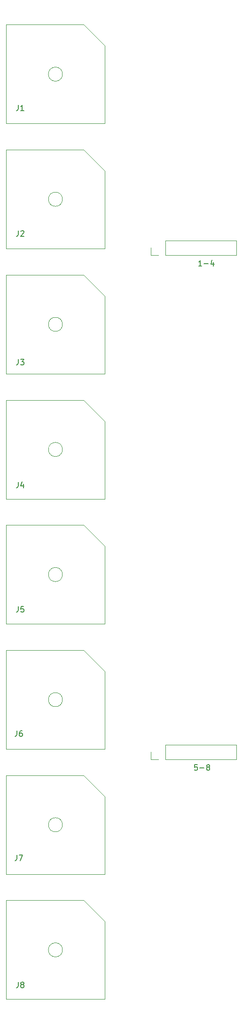
<source format=gbr>
G04 #@! TF.GenerationSoftware,KiCad,Pcbnew,(5.1.5)-3*
G04 #@! TF.CreationDate,2020-05-19T17:07:34-07:00*
G04 #@! TF.ProjectId,SM1REV1,534d3152-4556-4312-9e6b-696361645f70,rev?*
G04 #@! TF.SameCoordinates,Original*
G04 #@! TF.FileFunction,Legend,Top*
G04 #@! TF.FilePolarity,Positive*
%FSLAX46Y46*%
G04 Gerber Fmt 4.6, Leading zero omitted, Abs format (unit mm)*
G04 Created by KiCad (PCBNEW (5.1.5)-3) date 2020-05-19 17:07:34*
%MOMM*%
%LPD*%
G04 APERTURE LIST*
%ADD10C,0.120000*%
%ADD11C,0.150000*%
G04 APERTURE END LIST*
D10*
X101032000Y-148904000D02*
X101032000Y-147574000D01*
X102362000Y-148904000D02*
X101032000Y-148904000D01*
X103632000Y-148904000D02*
X103632000Y-146244000D01*
X103632000Y-146244000D02*
X116392000Y-146244000D01*
X103632000Y-148904000D02*
X116392000Y-148904000D01*
X116392000Y-148904000D02*
X116392000Y-146244000D01*
X101032000Y-58226000D02*
X101032000Y-56896000D01*
X102362000Y-58226000D02*
X101032000Y-58226000D01*
X103632000Y-58226000D02*
X103632000Y-55566000D01*
X103632000Y-55566000D02*
X116392000Y-55566000D01*
X103632000Y-58226000D02*
X116392000Y-58226000D01*
X116392000Y-58226000D02*
X116392000Y-55566000D01*
X85090000Y-183134000D02*
G75*
G03X85090000Y-183134000I-1270000J0D01*
G01*
X74930000Y-192024000D02*
X92710000Y-192024000D01*
X74930000Y-174244000D02*
X74930000Y-192024000D01*
X88900000Y-174244000D02*
X74930000Y-174244000D01*
X92710000Y-178054000D02*
X92710000Y-192024000D01*
X88900000Y-174244000D02*
X92710000Y-178054000D01*
X85090000Y-160636852D02*
G75*
G03X85090000Y-160636852I-1270000J0D01*
G01*
X74930000Y-169526852D02*
X92710000Y-169526852D01*
X74930000Y-151746852D02*
X74930000Y-169526852D01*
X88900000Y-151746852D02*
X74930000Y-151746852D01*
X92710000Y-155556852D02*
X92710000Y-169526852D01*
X88900000Y-151746852D02*
X92710000Y-155556852D01*
X85090000Y-138139710D02*
G75*
G03X85090000Y-138139710I-1270000J0D01*
G01*
X74930000Y-147029710D02*
X92710000Y-147029710D01*
X74930000Y-129249710D02*
X74930000Y-147029710D01*
X88900000Y-129249710D02*
X74930000Y-129249710D01*
X92710000Y-133059710D02*
X92710000Y-147029710D01*
X88900000Y-129249710D02*
X92710000Y-133059710D01*
X85090000Y-115642568D02*
G75*
G03X85090000Y-115642568I-1270000J0D01*
G01*
X74930000Y-124532568D02*
X92710000Y-124532568D01*
X74930000Y-106752568D02*
X74930000Y-124532568D01*
X88900000Y-106752568D02*
X74930000Y-106752568D01*
X92710000Y-110562568D02*
X92710000Y-124532568D01*
X88900000Y-106752568D02*
X92710000Y-110562568D01*
X85090000Y-93145426D02*
G75*
G03X85090000Y-93145426I-1270000J0D01*
G01*
X74930000Y-102035426D02*
X92710000Y-102035426D01*
X74930000Y-84255426D02*
X74930000Y-102035426D01*
X88900000Y-84255426D02*
X74930000Y-84255426D01*
X92710000Y-88065426D02*
X92710000Y-102035426D01*
X88900000Y-84255426D02*
X92710000Y-88065426D01*
X85090000Y-70648284D02*
G75*
G03X85090000Y-70648284I-1270000J0D01*
G01*
X74930000Y-79538284D02*
X92710000Y-79538284D01*
X74930000Y-61758284D02*
X74930000Y-79538284D01*
X88900000Y-61758284D02*
X74930000Y-61758284D01*
X92710000Y-65568284D02*
X92710000Y-79538284D01*
X88900000Y-61758284D02*
X92710000Y-65568284D01*
X85090000Y-48151142D02*
G75*
G03X85090000Y-48151142I-1270000J0D01*
G01*
X74930000Y-57041142D02*
X92710000Y-57041142D01*
X74930000Y-39261142D02*
X74930000Y-57041142D01*
X88900000Y-39261142D02*
X74930000Y-39261142D01*
X92710000Y-43071142D02*
X92710000Y-57041142D01*
X88900000Y-39261142D02*
X92710000Y-43071142D01*
X85090000Y-25654000D02*
G75*
G03X85090000Y-25654000I-1270000J0D01*
G01*
X74930000Y-34544000D02*
X92710000Y-34544000D01*
X74930000Y-16764000D02*
X74930000Y-34544000D01*
X88900000Y-16764000D02*
X74930000Y-16764000D01*
X92710000Y-20574000D02*
X92710000Y-34544000D01*
X88900000Y-16764000D02*
X92710000Y-20574000D01*
D11*
X109378857Y-149820380D02*
X108902666Y-149820380D01*
X108855047Y-150296571D01*
X108902666Y-150248952D01*
X108997904Y-150201333D01*
X109236000Y-150201333D01*
X109331238Y-150248952D01*
X109378857Y-150296571D01*
X109426476Y-150391809D01*
X109426476Y-150629904D01*
X109378857Y-150725142D01*
X109331238Y-150772761D01*
X109236000Y-150820380D01*
X108997904Y-150820380D01*
X108902666Y-150772761D01*
X108855047Y-150725142D01*
X109855047Y-150439428D02*
X110616952Y-150439428D01*
X111236000Y-150248952D02*
X111140761Y-150201333D01*
X111093142Y-150153714D01*
X111045523Y-150058476D01*
X111045523Y-150010857D01*
X111093142Y-149915619D01*
X111140761Y-149868000D01*
X111236000Y-149820380D01*
X111426476Y-149820380D01*
X111521714Y-149868000D01*
X111569333Y-149915619D01*
X111616952Y-150010857D01*
X111616952Y-150058476D01*
X111569333Y-150153714D01*
X111521714Y-150201333D01*
X111426476Y-150248952D01*
X111236000Y-150248952D01*
X111140761Y-150296571D01*
X111093142Y-150344190D01*
X111045523Y-150439428D01*
X111045523Y-150629904D01*
X111093142Y-150725142D01*
X111140761Y-150772761D01*
X111236000Y-150820380D01*
X111426476Y-150820380D01*
X111521714Y-150772761D01*
X111569333Y-150725142D01*
X111616952Y-150629904D01*
X111616952Y-150439428D01*
X111569333Y-150344190D01*
X111521714Y-150296571D01*
X111426476Y-150248952D01*
X110188476Y-60142380D02*
X109617047Y-60142380D01*
X109902761Y-60142380D02*
X109902761Y-59142380D01*
X109807523Y-59285238D01*
X109712285Y-59380476D01*
X109617047Y-59428095D01*
X110617047Y-59761428D02*
X111378952Y-59761428D01*
X112283714Y-59475714D02*
X112283714Y-60142380D01*
X112045619Y-59094761D02*
X111807523Y-59809047D01*
X112426571Y-59809047D01*
X77136666Y-188936380D02*
X77136666Y-189650666D01*
X77089047Y-189793523D01*
X76993809Y-189888761D01*
X76850952Y-189936380D01*
X76755714Y-189936380D01*
X77755714Y-189364952D02*
X77660476Y-189317333D01*
X77612857Y-189269714D01*
X77565238Y-189174476D01*
X77565238Y-189126857D01*
X77612857Y-189031619D01*
X77660476Y-188984000D01*
X77755714Y-188936380D01*
X77946190Y-188936380D01*
X78041428Y-188984000D01*
X78089047Y-189031619D01*
X78136666Y-189126857D01*
X78136666Y-189174476D01*
X78089047Y-189269714D01*
X78041428Y-189317333D01*
X77946190Y-189364952D01*
X77755714Y-189364952D01*
X77660476Y-189412571D01*
X77612857Y-189460190D01*
X77565238Y-189555428D01*
X77565238Y-189745904D01*
X77612857Y-189841142D01*
X77660476Y-189888761D01*
X77755714Y-189936380D01*
X77946190Y-189936380D01*
X78041428Y-189888761D01*
X78089047Y-189841142D01*
X78136666Y-189745904D01*
X78136666Y-189555428D01*
X78089047Y-189460190D01*
X78041428Y-189412571D01*
X77946190Y-189364952D01*
X76882666Y-166076380D02*
X76882666Y-166790666D01*
X76835047Y-166933523D01*
X76739809Y-167028761D01*
X76596952Y-167076380D01*
X76501714Y-167076380D01*
X77263619Y-166076380D02*
X77930285Y-166076380D01*
X77501714Y-167076380D01*
X76882666Y-143724380D02*
X76882666Y-144438666D01*
X76835047Y-144581523D01*
X76739809Y-144676761D01*
X76596952Y-144724380D01*
X76501714Y-144724380D01*
X77787428Y-143724380D02*
X77596952Y-143724380D01*
X77501714Y-143772000D01*
X77454095Y-143819619D01*
X77358857Y-143962476D01*
X77311238Y-144152952D01*
X77311238Y-144533904D01*
X77358857Y-144629142D01*
X77406476Y-144676761D01*
X77501714Y-144724380D01*
X77692190Y-144724380D01*
X77787428Y-144676761D01*
X77835047Y-144629142D01*
X77882666Y-144533904D01*
X77882666Y-144295809D01*
X77835047Y-144200571D01*
X77787428Y-144152952D01*
X77692190Y-144105333D01*
X77501714Y-144105333D01*
X77406476Y-144152952D01*
X77358857Y-144200571D01*
X77311238Y-144295809D01*
X77136666Y-121372380D02*
X77136666Y-122086666D01*
X77089047Y-122229523D01*
X76993809Y-122324761D01*
X76850952Y-122372380D01*
X76755714Y-122372380D01*
X78089047Y-121372380D02*
X77612857Y-121372380D01*
X77565238Y-121848571D01*
X77612857Y-121800952D01*
X77708095Y-121753333D01*
X77946190Y-121753333D01*
X78041428Y-121800952D01*
X78089047Y-121848571D01*
X78136666Y-121943809D01*
X78136666Y-122181904D01*
X78089047Y-122277142D01*
X78041428Y-122324761D01*
X77946190Y-122372380D01*
X77708095Y-122372380D01*
X77612857Y-122324761D01*
X77565238Y-122277142D01*
X77136666Y-99020380D02*
X77136666Y-99734666D01*
X77089047Y-99877523D01*
X76993809Y-99972761D01*
X76850952Y-100020380D01*
X76755714Y-100020380D01*
X78041428Y-99353714D02*
X78041428Y-100020380D01*
X77803333Y-98972761D02*
X77565238Y-99687047D01*
X78184285Y-99687047D01*
X77136666Y-76922380D02*
X77136666Y-77636666D01*
X77089047Y-77779523D01*
X76993809Y-77874761D01*
X76850952Y-77922380D01*
X76755714Y-77922380D01*
X77517619Y-76922380D02*
X78136666Y-76922380D01*
X77803333Y-77303333D01*
X77946190Y-77303333D01*
X78041428Y-77350952D01*
X78089047Y-77398571D01*
X78136666Y-77493809D01*
X78136666Y-77731904D01*
X78089047Y-77827142D01*
X78041428Y-77874761D01*
X77946190Y-77922380D01*
X77660476Y-77922380D01*
X77565238Y-77874761D01*
X77517619Y-77827142D01*
X77136666Y-53808380D02*
X77136666Y-54522666D01*
X77089047Y-54665523D01*
X76993809Y-54760761D01*
X76850952Y-54808380D01*
X76755714Y-54808380D01*
X77565238Y-53903619D02*
X77612857Y-53856000D01*
X77708095Y-53808380D01*
X77946190Y-53808380D01*
X78041428Y-53856000D01*
X78089047Y-53903619D01*
X78136666Y-53998857D01*
X78136666Y-54094095D01*
X78089047Y-54236952D01*
X77517619Y-54808380D01*
X78136666Y-54808380D01*
X77136666Y-31202380D02*
X77136666Y-31916666D01*
X77089047Y-32059523D01*
X76993809Y-32154761D01*
X76850952Y-32202380D01*
X76755714Y-32202380D01*
X78136666Y-32202380D02*
X77565238Y-32202380D01*
X77850952Y-32202380D02*
X77850952Y-31202380D01*
X77755714Y-31345238D01*
X77660476Y-31440476D01*
X77565238Y-31488095D01*
M02*

</source>
